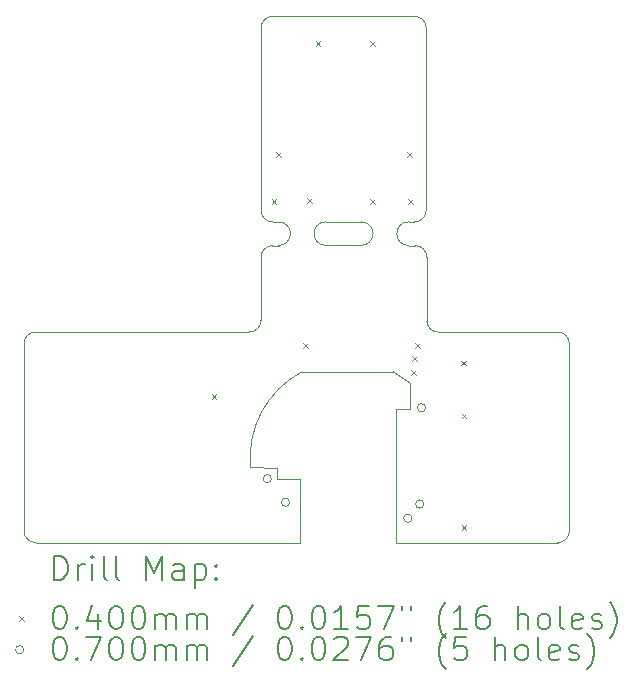
<source format=gbr>
%FSLAX45Y45*%
G04 Gerber Fmt 4.5, Leading zero omitted, Abs format (unit mm)*
G04 Created by KiCad (PCBNEW (6.0.6-0)) date 2022-07-01 09:40:25*
%MOMM*%
%LPD*%
G01*
G04 APERTURE LIST*
%TA.AperFunction,Profile*%
%ADD10C,0.050000*%
%TD*%
%ADD11C,0.200000*%
%ADD12C,0.040000*%
%ADD13C,0.070000*%
G04 APERTURE END LIST*
D10*
X14822932Y-11630152D02*
X14596592Y-11629617D01*
X14822932Y-11723624D02*
X14822932Y-11630152D01*
X15824200Y-11132820D02*
X15943580Y-11132820D01*
X16088997Y-10387000D02*
G75*
G03*
X16189000Y-10483553I98283J1730D01*
G01*
X14685289Y-10382289D02*
X14684931Y-9849231D01*
X15935030Y-9550110D02*
G75*
G03*
X15935030Y-9750130I0J-100010D01*
G01*
X15943580Y-11132820D02*
X15943580Y-10911840D01*
X15235030Y-9749145D02*
X15533197Y-9749120D01*
X14834000Y-9750105D02*
X14780999Y-9750105D01*
X14780999Y-9750100D02*
G75*
G03*
X14684931Y-9849231I3111J-99131D01*
G01*
X15824200Y-12266000D02*
X15824200Y-11132820D01*
X17196290Y-12266290D02*
G75*
G03*
X17296290Y-12166290I0J100000D01*
G01*
X16084750Y-7909160D02*
G75*
G03*
X15984750Y-7809160I-100000J0D01*
G01*
X12678993Y-12169014D02*
G75*
G03*
X12778994Y-12265567I98287J1734D01*
G01*
X14834000Y-9750109D02*
G75*
G03*
X14835030Y-9550286I1000J99909D01*
G01*
X12775110Y-10482895D02*
X14585289Y-10482895D01*
X15989000Y-9750120D02*
X15935030Y-9750130D01*
X17196290Y-12266290D02*
X15824200Y-12266000D01*
X14822932Y-11723624D02*
X15013940Y-11723624D01*
X14785750Y-7809160D02*
X15984750Y-7809160D01*
X15031000Y-10820000D02*
X15806000Y-10820000D01*
X15031000Y-10820000D02*
G75*
G03*
X14596592Y-11629617I387000J-729000D01*
G01*
X16089000Y-9850120D02*
X16089000Y-10387000D01*
X15013940Y-11723624D02*
X15013940Y-12265152D01*
X15943579Y-10911841D02*
G75*
G03*
X15806000Y-10820000I-523989J-635979D01*
G01*
X15235030Y-9549135D02*
X15533757Y-9549135D01*
X15984470Y-9550120D02*
G75*
G03*
X16084470Y-9450120I0J100000D01*
G01*
X14835030Y-9550286D02*
X14785590Y-9550286D01*
X14685594Y-9453733D02*
G75*
G03*
X14785590Y-9550286I98276J1723D01*
G01*
X15533197Y-9749123D02*
G75*
G03*
X15533757Y-9549135I563J99993D01*
G01*
X17296290Y-10582712D02*
X17296290Y-12166290D01*
X16189000Y-10483553D02*
X17196289Y-10482711D01*
X15984470Y-9550120D02*
X15935030Y-9550120D01*
X14685750Y-7909160D02*
X14685590Y-9453733D01*
X16089000Y-9850120D02*
G75*
G03*
X15989000Y-9750120I-100000J0D01*
G01*
X14785750Y-7809160D02*
G75*
G03*
X14685750Y-7909160I0J-100000D01*
G01*
X17296289Y-10582711D02*
G75*
G03*
X17196289Y-10482711I-99999J1D01*
G01*
X14585289Y-10482898D02*
G75*
G03*
X14685289Y-10382289I-609J100608D01*
G01*
X16084750Y-7909160D02*
X16084470Y-9450120D01*
X15235030Y-9549135D02*
G75*
G03*
X15235030Y-9749145I0J-100005D01*
G01*
X12678994Y-12169014D02*
X12679042Y-10582021D01*
X12775110Y-10482893D02*
G75*
G03*
X12679042Y-10582021I1530J-97598D01*
G01*
X15013940Y-12265152D02*
X12778994Y-12265569D01*
D11*
D12*
X14267500Y-11011220D02*
X14307500Y-11051220D01*
X14307500Y-11011220D02*
X14267500Y-11051220D01*
X14775500Y-9357680D02*
X14815500Y-9397680D01*
X14815500Y-9357680D02*
X14775500Y-9397680D01*
X14816140Y-8958900D02*
X14856140Y-8998900D01*
X14856140Y-8958900D02*
X14816140Y-8998900D01*
X15039320Y-10574000D02*
X15079320Y-10614000D01*
X15079320Y-10574000D02*
X15039320Y-10614000D01*
X15075220Y-9350060D02*
X15115220Y-9390060D01*
X15115220Y-9350060D02*
X15075220Y-9390060D01*
X15148880Y-8019100D02*
X15188880Y-8059100D01*
X15188880Y-8019100D02*
X15148880Y-8059100D01*
X15608620Y-8019100D02*
X15648620Y-8059100D01*
X15648620Y-8019100D02*
X15608620Y-8059100D01*
X15608620Y-9355140D02*
X15648620Y-9395140D01*
X15648620Y-9355140D02*
X15608620Y-9395140D01*
X15923580Y-8961440D02*
X15963580Y-9001440D01*
X15963580Y-8961440D02*
X15923580Y-9001440D01*
X15933740Y-9360220D02*
X15973740Y-9400220D01*
X15973740Y-9360220D02*
X15933740Y-9400220D01*
X15954060Y-10805480D02*
X15994060Y-10845480D01*
X15994060Y-10805480D02*
X15954060Y-10845480D01*
X15964220Y-10688640D02*
X16004220Y-10728640D01*
X16004220Y-10688640D02*
X15964220Y-10728640D01*
X15992500Y-10574000D02*
X16032500Y-10614000D01*
X16032500Y-10574000D02*
X15992500Y-10614000D01*
X16381000Y-10724000D02*
X16421000Y-10764000D01*
X16421000Y-10724000D02*
X16381000Y-10764000D01*
X16383320Y-11173780D02*
X16423320Y-11213780D01*
X16423320Y-11173780D02*
X16383320Y-11213780D01*
X16383320Y-12116120D02*
X16423320Y-12156120D01*
X16423320Y-12116120D02*
X16383320Y-12156120D01*
D13*
X14773415Y-11723892D02*
G75*
G03*
X14773415Y-11723892I-35000J0D01*
G01*
X14928415Y-11923892D02*
G75*
G03*
X14928415Y-11923892I-35000J0D01*
G01*
X15963415Y-12058892D02*
G75*
G03*
X15963415Y-12058892I-35000J0D01*
G01*
X16063415Y-11938892D02*
G75*
G03*
X16063415Y-11938892I-35000J0D01*
G01*
X16078415Y-11123892D02*
G75*
G03*
X16078415Y-11123892I-35000J0D01*
G01*
D11*
X12934113Y-12579266D02*
X12934113Y-12379266D01*
X12981732Y-12379266D01*
X13010303Y-12388790D01*
X13029351Y-12407838D01*
X13038874Y-12426885D01*
X13048398Y-12464980D01*
X13048398Y-12493552D01*
X13038874Y-12531647D01*
X13029351Y-12550695D01*
X13010303Y-12569742D01*
X12981732Y-12579266D01*
X12934113Y-12579266D01*
X13134113Y-12579266D02*
X13134113Y-12445933D01*
X13134113Y-12484028D02*
X13143636Y-12464980D01*
X13153160Y-12455457D01*
X13172208Y-12445933D01*
X13191255Y-12445933D01*
X13257922Y-12579266D02*
X13257922Y-12445933D01*
X13257922Y-12379266D02*
X13248398Y-12388790D01*
X13257922Y-12398314D01*
X13267446Y-12388790D01*
X13257922Y-12379266D01*
X13257922Y-12398314D01*
X13381732Y-12579266D02*
X13362684Y-12569742D01*
X13353160Y-12550695D01*
X13353160Y-12379266D01*
X13486494Y-12579266D02*
X13467446Y-12569742D01*
X13457922Y-12550695D01*
X13457922Y-12379266D01*
X13715065Y-12579266D02*
X13715065Y-12379266D01*
X13781732Y-12522123D01*
X13848398Y-12379266D01*
X13848398Y-12579266D01*
X14029351Y-12579266D02*
X14029351Y-12474504D01*
X14019827Y-12455457D01*
X14000779Y-12445933D01*
X13962684Y-12445933D01*
X13943636Y-12455457D01*
X14029351Y-12569742D02*
X14010303Y-12579266D01*
X13962684Y-12579266D01*
X13943636Y-12569742D01*
X13934113Y-12550695D01*
X13934113Y-12531647D01*
X13943636Y-12512600D01*
X13962684Y-12503076D01*
X14010303Y-12503076D01*
X14029351Y-12493552D01*
X14124589Y-12445933D02*
X14124589Y-12645933D01*
X14124589Y-12455457D02*
X14143636Y-12445933D01*
X14181732Y-12445933D01*
X14200779Y-12455457D01*
X14210303Y-12464980D01*
X14219827Y-12484028D01*
X14219827Y-12541171D01*
X14210303Y-12560219D01*
X14200779Y-12569742D01*
X14181732Y-12579266D01*
X14143636Y-12579266D01*
X14124589Y-12569742D01*
X14305541Y-12560219D02*
X14315065Y-12569742D01*
X14305541Y-12579266D01*
X14296017Y-12569742D01*
X14305541Y-12560219D01*
X14305541Y-12579266D01*
X14305541Y-12455457D02*
X14315065Y-12464980D01*
X14305541Y-12474504D01*
X14296017Y-12464980D01*
X14305541Y-12455457D01*
X14305541Y-12474504D01*
D12*
X12636494Y-12888790D02*
X12676494Y-12928790D01*
X12676494Y-12888790D02*
X12636494Y-12928790D01*
D11*
X12972208Y-12799266D02*
X12991255Y-12799266D01*
X13010303Y-12808790D01*
X13019827Y-12818314D01*
X13029351Y-12837361D01*
X13038874Y-12875457D01*
X13038874Y-12923076D01*
X13029351Y-12961171D01*
X13019827Y-12980219D01*
X13010303Y-12989742D01*
X12991255Y-12999266D01*
X12972208Y-12999266D01*
X12953160Y-12989742D01*
X12943636Y-12980219D01*
X12934113Y-12961171D01*
X12924589Y-12923076D01*
X12924589Y-12875457D01*
X12934113Y-12837361D01*
X12943636Y-12818314D01*
X12953160Y-12808790D01*
X12972208Y-12799266D01*
X13124589Y-12980219D02*
X13134113Y-12989742D01*
X13124589Y-12999266D01*
X13115065Y-12989742D01*
X13124589Y-12980219D01*
X13124589Y-12999266D01*
X13305541Y-12865933D02*
X13305541Y-12999266D01*
X13257922Y-12789742D02*
X13210303Y-12932600D01*
X13334113Y-12932600D01*
X13448398Y-12799266D02*
X13467446Y-12799266D01*
X13486494Y-12808790D01*
X13496017Y-12818314D01*
X13505541Y-12837361D01*
X13515065Y-12875457D01*
X13515065Y-12923076D01*
X13505541Y-12961171D01*
X13496017Y-12980219D01*
X13486494Y-12989742D01*
X13467446Y-12999266D01*
X13448398Y-12999266D01*
X13429351Y-12989742D01*
X13419827Y-12980219D01*
X13410303Y-12961171D01*
X13400779Y-12923076D01*
X13400779Y-12875457D01*
X13410303Y-12837361D01*
X13419827Y-12818314D01*
X13429351Y-12808790D01*
X13448398Y-12799266D01*
X13638874Y-12799266D02*
X13657922Y-12799266D01*
X13676970Y-12808790D01*
X13686494Y-12818314D01*
X13696017Y-12837361D01*
X13705541Y-12875457D01*
X13705541Y-12923076D01*
X13696017Y-12961171D01*
X13686494Y-12980219D01*
X13676970Y-12989742D01*
X13657922Y-12999266D01*
X13638874Y-12999266D01*
X13619827Y-12989742D01*
X13610303Y-12980219D01*
X13600779Y-12961171D01*
X13591255Y-12923076D01*
X13591255Y-12875457D01*
X13600779Y-12837361D01*
X13610303Y-12818314D01*
X13619827Y-12808790D01*
X13638874Y-12799266D01*
X13791255Y-12999266D02*
X13791255Y-12865933D01*
X13791255Y-12884980D02*
X13800779Y-12875457D01*
X13819827Y-12865933D01*
X13848398Y-12865933D01*
X13867446Y-12875457D01*
X13876970Y-12894504D01*
X13876970Y-12999266D01*
X13876970Y-12894504D02*
X13886494Y-12875457D01*
X13905541Y-12865933D01*
X13934113Y-12865933D01*
X13953160Y-12875457D01*
X13962684Y-12894504D01*
X13962684Y-12999266D01*
X14057922Y-12999266D02*
X14057922Y-12865933D01*
X14057922Y-12884980D02*
X14067446Y-12875457D01*
X14086494Y-12865933D01*
X14115065Y-12865933D01*
X14134113Y-12875457D01*
X14143636Y-12894504D01*
X14143636Y-12999266D01*
X14143636Y-12894504D02*
X14153160Y-12875457D01*
X14172208Y-12865933D01*
X14200779Y-12865933D01*
X14219827Y-12875457D01*
X14229351Y-12894504D01*
X14229351Y-12999266D01*
X14619827Y-12789742D02*
X14448398Y-13046885D01*
X14876970Y-12799266D02*
X14896017Y-12799266D01*
X14915065Y-12808790D01*
X14924589Y-12818314D01*
X14934113Y-12837361D01*
X14943636Y-12875457D01*
X14943636Y-12923076D01*
X14934113Y-12961171D01*
X14924589Y-12980219D01*
X14915065Y-12989742D01*
X14896017Y-12999266D01*
X14876970Y-12999266D01*
X14857922Y-12989742D01*
X14848398Y-12980219D01*
X14838874Y-12961171D01*
X14829351Y-12923076D01*
X14829351Y-12875457D01*
X14838874Y-12837361D01*
X14848398Y-12818314D01*
X14857922Y-12808790D01*
X14876970Y-12799266D01*
X15029351Y-12980219D02*
X15038874Y-12989742D01*
X15029351Y-12999266D01*
X15019827Y-12989742D01*
X15029351Y-12980219D01*
X15029351Y-12999266D01*
X15162684Y-12799266D02*
X15181732Y-12799266D01*
X15200779Y-12808790D01*
X15210303Y-12818314D01*
X15219827Y-12837361D01*
X15229351Y-12875457D01*
X15229351Y-12923076D01*
X15219827Y-12961171D01*
X15210303Y-12980219D01*
X15200779Y-12989742D01*
X15181732Y-12999266D01*
X15162684Y-12999266D01*
X15143636Y-12989742D01*
X15134113Y-12980219D01*
X15124589Y-12961171D01*
X15115065Y-12923076D01*
X15115065Y-12875457D01*
X15124589Y-12837361D01*
X15134113Y-12818314D01*
X15143636Y-12808790D01*
X15162684Y-12799266D01*
X15419827Y-12999266D02*
X15305541Y-12999266D01*
X15362684Y-12999266D02*
X15362684Y-12799266D01*
X15343636Y-12827838D01*
X15324589Y-12846885D01*
X15305541Y-12856409D01*
X15600779Y-12799266D02*
X15505541Y-12799266D01*
X15496017Y-12894504D01*
X15505541Y-12884980D01*
X15524589Y-12875457D01*
X15572208Y-12875457D01*
X15591255Y-12884980D01*
X15600779Y-12894504D01*
X15610303Y-12913552D01*
X15610303Y-12961171D01*
X15600779Y-12980219D01*
X15591255Y-12989742D01*
X15572208Y-12999266D01*
X15524589Y-12999266D01*
X15505541Y-12989742D01*
X15496017Y-12980219D01*
X15676970Y-12799266D02*
X15810303Y-12799266D01*
X15724589Y-12999266D01*
X15876970Y-12799266D02*
X15876970Y-12837361D01*
X15953160Y-12799266D02*
X15953160Y-12837361D01*
X16248398Y-13075457D02*
X16238874Y-13065933D01*
X16219827Y-13037361D01*
X16210303Y-13018314D01*
X16200779Y-12989742D01*
X16191255Y-12942123D01*
X16191255Y-12904028D01*
X16200779Y-12856409D01*
X16210303Y-12827838D01*
X16219827Y-12808790D01*
X16238874Y-12780219D01*
X16248398Y-12770695D01*
X16429351Y-12999266D02*
X16315065Y-12999266D01*
X16372208Y-12999266D02*
X16372208Y-12799266D01*
X16353160Y-12827838D01*
X16334113Y-12846885D01*
X16315065Y-12856409D01*
X16600779Y-12799266D02*
X16562684Y-12799266D01*
X16543636Y-12808790D01*
X16534113Y-12818314D01*
X16515065Y-12846885D01*
X16505541Y-12884980D01*
X16505541Y-12961171D01*
X16515065Y-12980219D01*
X16524589Y-12989742D01*
X16543636Y-12999266D01*
X16581732Y-12999266D01*
X16600779Y-12989742D01*
X16610303Y-12980219D01*
X16619827Y-12961171D01*
X16619827Y-12913552D01*
X16610303Y-12894504D01*
X16600779Y-12884980D01*
X16581732Y-12875457D01*
X16543636Y-12875457D01*
X16524589Y-12884980D01*
X16515065Y-12894504D01*
X16505541Y-12913552D01*
X16857922Y-12999266D02*
X16857922Y-12799266D01*
X16943636Y-12999266D02*
X16943636Y-12894504D01*
X16934113Y-12875457D01*
X16915065Y-12865933D01*
X16886494Y-12865933D01*
X16867446Y-12875457D01*
X16857922Y-12884980D01*
X17067446Y-12999266D02*
X17048398Y-12989742D01*
X17038875Y-12980219D01*
X17029351Y-12961171D01*
X17029351Y-12904028D01*
X17038875Y-12884980D01*
X17048398Y-12875457D01*
X17067446Y-12865933D01*
X17096017Y-12865933D01*
X17115065Y-12875457D01*
X17124589Y-12884980D01*
X17134113Y-12904028D01*
X17134113Y-12961171D01*
X17124589Y-12980219D01*
X17115065Y-12989742D01*
X17096017Y-12999266D01*
X17067446Y-12999266D01*
X17248398Y-12999266D02*
X17229351Y-12989742D01*
X17219827Y-12970695D01*
X17219827Y-12799266D01*
X17400779Y-12989742D02*
X17381732Y-12999266D01*
X17343636Y-12999266D01*
X17324589Y-12989742D01*
X17315065Y-12970695D01*
X17315065Y-12894504D01*
X17324589Y-12875457D01*
X17343636Y-12865933D01*
X17381732Y-12865933D01*
X17400779Y-12875457D01*
X17410303Y-12894504D01*
X17410303Y-12913552D01*
X17315065Y-12932600D01*
X17486494Y-12989742D02*
X17505541Y-12999266D01*
X17543636Y-12999266D01*
X17562684Y-12989742D01*
X17572208Y-12970695D01*
X17572208Y-12961171D01*
X17562684Y-12942123D01*
X17543636Y-12932600D01*
X17515065Y-12932600D01*
X17496017Y-12923076D01*
X17486494Y-12904028D01*
X17486494Y-12894504D01*
X17496017Y-12875457D01*
X17515065Y-12865933D01*
X17543636Y-12865933D01*
X17562684Y-12875457D01*
X17638875Y-13075457D02*
X17648398Y-13065933D01*
X17667446Y-13037361D01*
X17676970Y-13018314D01*
X17686494Y-12989742D01*
X17696017Y-12942123D01*
X17696017Y-12904028D01*
X17686494Y-12856409D01*
X17676970Y-12827838D01*
X17667446Y-12808790D01*
X17648398Y-12780219D01*
X17638875Y-12770695D01*
D13*
X12676494Y-13172790D02*
G75*
G03*
X12676494Y-13172790I-35000J0D01*
G01*
D11*
X12972208Y-13063266D02*
X12991255Y-13063266D01*
X13010303Y-13072790D01*
X13019827Y-13082314D01*
X13029351Y-13101361D01*
X13038874Y-13139457D01*
X13038874Y-13187076D01*
X13029351Y-13225171D01*
X13019827Y-13244219D01*
X13010303Y-13253742D01*
X12991255Y-13263266D01*
X12972208Y-13263266D01*
X12953160Y-13253742D01*
X12943636Y-13244219D01*
X12934113Y-13225171D01*
X12924589Y-13187076D01*
X12924589Y-13139457D01*
X12934113Y-13101361D01*
X12943636Y-13082314D01*
X12953160Y-13072790D01*
X12972208Y-13063266D01*
X13124589Y-13244219D02*
X13134113Y-13253742D01*
X13124589Y-13263266D01*
X13115065Y-13253742D01*
X13124589Y-13244219D01*
X13124589Y-13263266D01*
X13200779Y-13063266D02*
X13334113Y-13063266D01*
X13248398Y-13263266D01*
X13448398Y-13063266D02*
X13467446Y-13063266D01*
X13486494Y-13072790D01*
X13496017Y-13082314D01*
X13505541Y-13101361D01*
X13515065Y-13139457D01*
X13515065Y-13187076D01*
X13505541Y-13225171D01*
X13496017Y-13244219D01*
X13486494Y-13253742D01*
X13467446Y-13263266D01*
X13448398Y-13263266D01*
X13429351Y-13253742D01*
X13419827Y-13244219D01*
X13410303Y-13225171D01*
X13400779Y-13187076D01*
X13400779Y-13139457D01*
X13410303Y-13101361D01*
X13419827Y-13082314D01*
X13429351Y-13072790D01*
X13448398Y-13063266D01*
X13638874Y-13063266D02*
X13657922Y-13063266D01*
X13676970Y-13072790D01*
X13686494Y-13082314D01*
X13696017Y-13101361D01*
X13705541Y-13139457D01*
X13705541Y-13187076D01*
X13696017Y-13225171D01*
X13686494Y-13244219D01*
X13676970Y-13253742D01*
X13657922Y-13263266D01*
X13638874Y-13263266D01*
X13619827Y-13253742D01*
X13610303Y-13244219D01*
X13600779Y-13225171D01*
X13591255Y-13187076D01*
X13591255Y-13139457D01*
X13600779Y-13101361D01*
X13610303Y-13082314D01*
X13619827Y-13072790D01*
X13638874Y-13063266D01*
X13791255Y-13263266D02*
X13791255Y-13129933D01*
X13791255Y-13148980D02*
X13800779Y-13139457D01*
X13819827Y-13129933D01*
X13848398Y-13129933D01*
X13867446Y-13139457D01*
X13876970Y-13158504D01*
X13876970Y-13263266D01*
X13876970Y-13158504D02*
X13886494Y-13139457D01*
X13905541Y-13129933D01*
X13934113Y-13129933D01*
X13953160Y-13139457D01*
X13962684Y-13158504D01*
X13962684Y-13263266D01*
X14057922Y-13263266D02*
X14057922Y-13129933D01*
X14057922Y-13148980D02*
X14067446Y-13139457D01*
X14086494Y-13129933D01*
X14115065Y-13129933D01*
X14134113Y-13139457D01*
X14143636Y-13158504D01*
X14143636Y-13263266D01*
X14143636Y-13158504D02*
X14153160Y-13139457D01*
X14172208Y-13129933D01*
X14200779Y-13129933D01*
X14219827Y-13139457D01*
X14229351Y-13158504D01*
X14229351Y-13263266D01*
X14619827Y-13053742D02*
X14448398Y-13310885D01*
X14876970Y-13063266D02*
X14896017Y-13063266D01*
X14915065Y-13072790D01*
X14924589Y-13082314D01*
X14934113Y-13101361D01*
X14943636Y-13139457D01*
X14943636Y-13187076D01*
X14934113Y-13225171D01*
X14924589Y-13244219D01*
X14915065Y-13253742D01*
X14896017Y-13263266D01*
X14876970Y-13263266D01*
X14857922Y-13253742D01*
X14848398Y-13244219D01*
X14838874Y-13225171D01*
X14829351Y-13187076D01*
X14829351Y-13139457D01*
X14838874Y-13101361D01*
X14848398Y-13082314D01*
X14857922Y-13072790D01*
X14876970Y-13063266D01*
X15029351Y-13244219D02*
X15038874Y-13253742D01*
X15029351Y-13263266D01*
X15019827Y-13253742D01*
X15029351Y-13244219D01*
X15029351Y-13263266D01*
X15162684Y-13063266D02*
X15181732Y-13063266D01*
X15200779Y-13072790D01*
X15210303Y-13082314D01*
X15219827Y-13101361D01*
X15229351Y-13139457D01*
X15229351Y-13187076D01*
X15219827Y-13225171D01*
X15210303Y-13244219D01*
X15200779Y-13253742D01*
X15181732Y-13263266D01*
X15162684Y-13263266D01*
X15143636Y-13253742D01*
X15134113Y-13244219D01*
X15124589Y-13225171D01*
X15115065Y-13187076D01*
X15115065Y-13139457D01*
X15124589Y-13101361D01*
X15134113Y-13082314D01*
X15143636Y-13072790D01*
X15162684Y-13063266D01*
X15305541Y-13082314D02*
X15315065Y-13072790D01*
X15334113Y-13063266D01*
X15381732Y-13063266D01*
X15400779Y-13072790D01*
X15410303Y-13082314D01*
X15419827Y-13101361D01*
X15419827Y-13120409D01*
X15410303Y-13148980D01*
X15296017Y-13263266D01*
X15419827Y-13263266D01*
X15486494Y-13063266D02*
X15619827Y-13063266D01*
X15534113Y-13263266D01*
X15781732Y-13063266D02*
X15743636Y-13063266D01*
X15724589Y-13072790D01*
X15715065Y-13082314D01*
X15696017Y-13110885D01*
X15686494Y-13148980D01*
X15686494Y-13225171D01*
X15696017Y-13244219D01*
X15705541Y-13253742D01*
X15724589Y-13263266D01*
X15762684Y-13263266D01*
X15781732Y-13253742D01*
X15791255Y-13244219D01*
X15800779Y-13225171D01*
X15800779Y-13177552D01*
X15791255Y-13158504D01*
X15781732Y-13148980D01*
X15762684Y-13139457D01*
X15724589Y-13139457D01*
X15705541Y-13148980D01*
X15696017Y-13158504D01*
X15686494Y-13177552D01*
X15876970Y-13063266D02*
X15876970Y-13101361D01*
X15953160Y-13063266D02*
X15953160Y-13101361D01*
X16248398Y-13339457D02*
X16238874Y-13329933D01*
X16219827Y-13301361D01*
X16210303Y-13282314D01*
X16200779Y-13253742D01*
X16191255Y-13206123D01*
X16191255Y-13168028D01*
X16200779Y-13120409D01*
X16210303Y-13091838D01*
X16219827Y-13072790D01*
X16238874Y-13044219D01*
X16248398Y-13034695D01*
X16419827Y-13063266D02*
X16324589Y-13063266D01*
X16315065Y-13158504D01*
X16324589Y-13148980D01*
X16343636Y-13139457D01*
X16391255Y-13139457D01*
X16410303Y-13148980D01*
X16419827Y-13158504D01*
X16429351Y-13177552D01*
X16429351Y-13225171D01*
X16419827Y-13244219D01*
X16410303Y-13253742D01*
X16391255Y-13263266D01*
X16343636Y-13263266D01*
X16324589Y-13253742D01*
X16315065Y-13244219D01*
X16667446Y-13263266D02*
X16667446Y-13063266D01*
X16753160Y-13263266D02*
X16753160Y-13158504D01*
X16743636Y-13139457D01*
X16724589Y-13129933D01*
X16696017Y-13129933D01*
X16676970Y-13139457D01*
X16667446Y-13148980D01*
X16876970Y-13263266D02*
X16857922Y-13253742D01*
X16848398Y-13244219D01*
X16838875Y-13225171D01*
X16838875Y-13168028D01*
X16848398Y-13148980D01*
X16857922Y-13139457D01*
X16876970Y-13129933D01*
X16905541Y-13129933D01*
X16924589Y-13139457D01*
X16934113Y-13148980D01*
X16943636Y-13168028D01*
X16943636Y-13225171D01*
X16934113Y-13244219D01*
X16924589Y-13253742D01*
X16905541Y-13263266D01*
X16876970Y-13263266D01*
X17057922Y-13263266D02*
X17038875Y-13253742D01*
X17029351Y-13234695D01*
X17029351Y-13063266D01*
X17210303Y-13253742D02*
X17191256Y-13263266D01*
X17153160Y-13263266D01*
X17134113Y-13253742D01*
X17124589Y-13234695D01*
X17124589Y-13158504D01*
X17134113Y-13139457D01*
X17153160Y-13129933D01*
X17191256Y-13129933D01*
X17210303Y-13139457D01*
X17219827Y-13158504D01*
X17219827Y-13177552D01*
X17124589Y-13196600D01*
X17296017Y-13253742D02*
X17315065Y-13263266D01*
X17353160Y-13263266D01*
X17372208Y-13253742D01*
X17381732Y-13234695D01*
X17381732Y-13225171D01*
X17372208Y-13206123D01*
X17353160Y-13196600D01*
X17324589Y-13196600D01*
X17305541Y-13187076D01*
X17296017Y-13168028D01*
X17296017Y-13158504D01*
X17305541Y-13139457D01*
X17324589Y-13129933D01*
X17353160Y-13129933D01*
X17372208Y-13139457D01*
X17448398Y-13339457D02*
X17457922Y-13329933D01*
X17476970Y-13301361D01*
X17486494Y-13282314D01*
X17496017Y-13253742D01*
X17505541Y-13206123D01*
X17505541Y-13168028D01*
X17496017Y-13120409D01*
X17486494Y-13091838D01*
X17476970Y-13072790D01*
X17457922Y-13044219D01*
X17448398Y-13034695D01*
M02*

</source>
